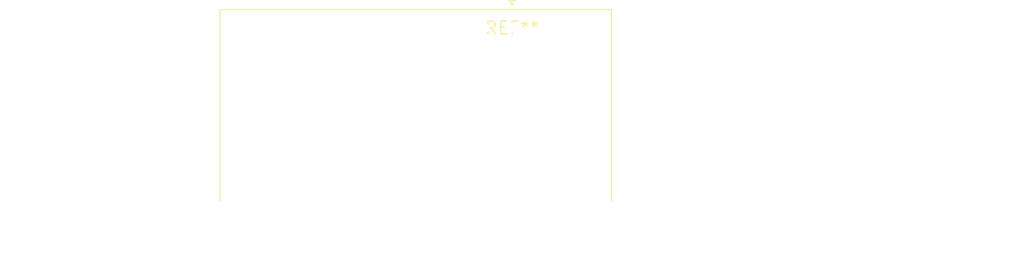
<source format=kicad_pcb>
(kicad_pcb (version 20240108) (generator pcbnew)
  (layers (0 "F.Cu" signal) (31 "B.Cu" signal) (34 "B.Paste" user) (35 "F.Paste" user) (36 "B.SilkS" user "B.Silkscreen") (37 "F.SilkS" user "F.Silkscreen") (38 "B.Mask" user) (39 "F.Mask" user) (44 "Edge.Cuts" user))
  (net 0 "")
  (footprint "DSUB-15_Female_Horizontal_P2.77x2.84mm_EdgePinOffset14.56mm_Housed_MountingHolesOffset15.98mm" (layer "F.Cu") (at 0 0)
    (property "Reference" "REF**")
    (property "Value" "DSUB-15_Female_Horizontal_P2.77x2.84mm_EdgePinOffset14.56mm_Housed_MountingHolesOffset15.98mm")
    (fp_line (start -29.355 -1.86) (end 9.965 -1.86) (layer "F.SilkS") (stroke (width 0.12)))
    (fp_line (start -29.355 17.34) (end -29.355 -1.86) (layer "F.SilkS") (stroke (width 0.12)))
    (fp_line (start -0.25 -2.754338) (end 0.25 -2.754338) (layer "F.SilkS") (stroke (width 0.12)))
    (fp_line (start 0 -2.321325) (end -0.25 -2.754338) (layer "F.SilkS") (stroke (width 0.12)))
    (fp_line (start 0.25 -2.754338) (end 0 -2.321325) (layer "F.SilkS") (stroke (width 0.12)))
    (fp_line (start 9.965 -1.86) (end 9.965 17.34) (layer "F.SilkS") (stroke (width 0.12)))
    (pad "0" thru_hole circle (at -26.345 1.42) (size 4 4) (drill 3.2) (layers *.Cu *.Mask) (remove_unused_layers))
    (pad "0" thru_hole circle (at 6.955 1.42) (size 4 4) (drill 3.2) (layers *.Cu *.Mask) (remove_unused_layers))
    (pad "1" thru_hole rect (at 0 0) (size 1.6 1.6) (drill 1) (layers *.Cu *.Mask) (remove_unused_layers))
    (pad "2" thru_hole circle (at -2.77 0) (size 1.6 1.6) (drill 1) (layers *.Cu *.Mask) (remove_unused_layers))
    (pad "3" thru_hole circle (at -5.54 0) (size 1.6 1.6) (drill 1) (layers *.Cu *.Mask) (remove_unused_layers))
    (pad "4" thru_hole circle (at -8.31 0) (size 1.6 1.6) (drill 1) (layers *.Cu *.Mask) (remove_unused_layers))
    (pad "5" thru_hole circle (at -11.08 0) (size 1.6 1.6) (drill 1) (layers *.Cu *.Mask) (remove_unused_layers))
    (pad "6" thru_hole circle (at -13.85 0) (size 1.6 1.6) (drill 1) (layers *.Cu *.Mask) (remove_unused_layers))
    (pad "7" thru_hole circle (at -16.62 0) (size 1.6 1.6) (drill 1) (layers *.Cu *.Mask) (remove_unused_layers))
    (pad "8" thru_hole circle (at -19.39 0) (size 1.6 1.6) (drill 1) (layers *.Cu *.Mask) (remove_unused_layers))
    (pad "9" thru_hole circle (at -1.385 2.84) (size 1.6 1.6) (drill 1) (layers *.Cu *.Mask) (remove_unused_layers))
    (pad "10" thru_hole circle (at -4.155 2.84) (size 1.6 1.6) (drill 1) (layers *.Cu *.Mask) (remove_unused_layers))
    (pad "11" thru_hole circle (at -6.925 2.84) (size 1.6 1.6) (drill 1) (layers *.Cu *.Mask) (remove_unused_layers))
    (pad "12" thru_hole circle (at -9.695 2.84) (size 1.6 1.6) (drill 1) (layers *.Cu *.Mask) (remove_unused_layers))
    (pad "13" thru_hole circle (at -12.465 2.84) (size 1.6 1.6) (drill 1) (layers *.Cu *.Mask) (remove_unused_layers))
    (pad "14" thru_hole circle (at -15.235 2.84) (size 1.6 1.6) (drill 1) (layers *.Cu *.Mask) (remove_unused_layers))
    (pad "15" thru_hole circle (at -18.005 2.84) (size 1.6 1.6) (drill 1) (layers *.Cu *.Mask) (remove_unused_layers))
  )
)
</source>
